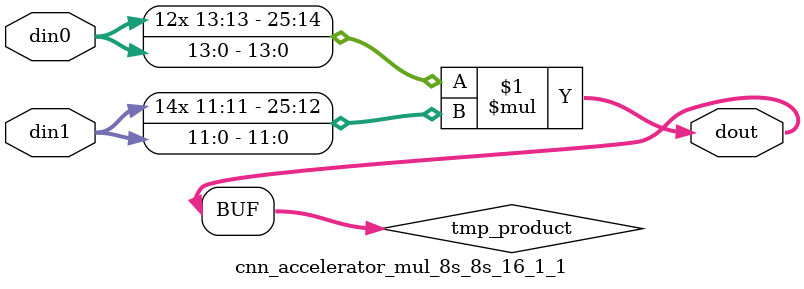
<source format=v>

`timescale 1 ns / 1 ps

 module cnn_accelerator_mul_8s_8s_16_1_1(din0, din1, dout);
parameter ID = 1;
parameter NUM_STAGE = 0;
parameter din0_WIDTH = 14;
parameter din1_WIDTH = 12;
parameter dout_WIDTH = 26;

input [din0_WIDTH - 1 : 0] din0; 
input [din1_WIDTH - 1 : 0] din1; 
output [dout_WIDTH - 1 : 0] dout;

wire signed [dout_WIDTH - 1 : 0] tmp_product;



























assign tmp_product = $signed(din0) * $signed(din1);








assign dout = tmp_product;





















endmodule

</source>
